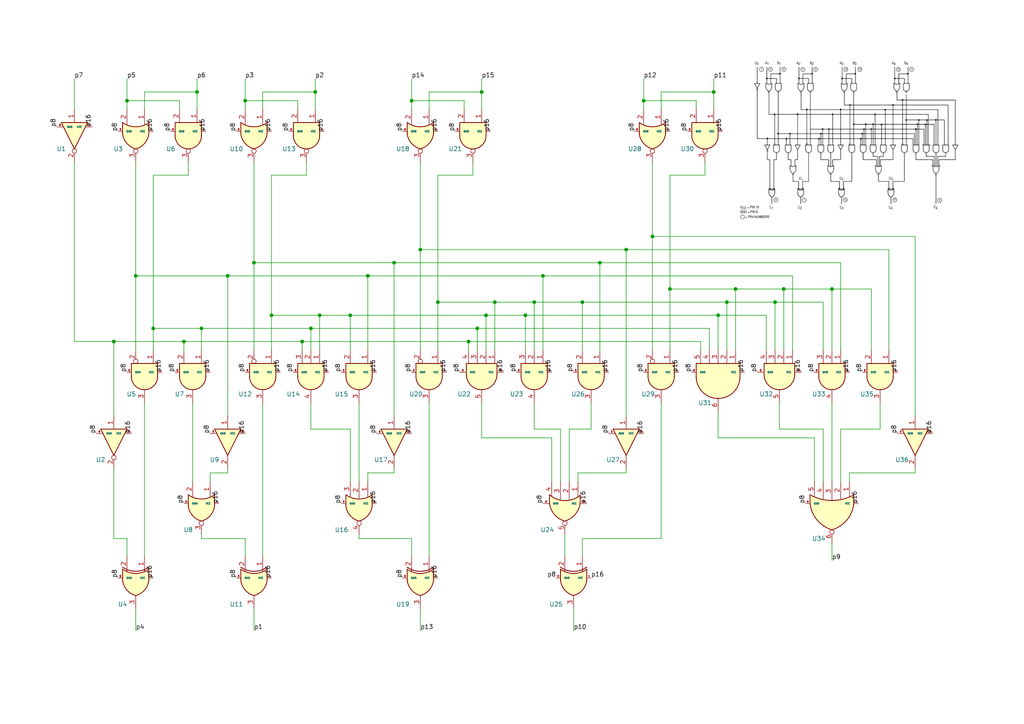
<source format=kicad_sch>
(kicad_sch (version 20231120) (generator "eeschema") (generator_version "8.0")
  (paper "A4")
  (lib_symbols
    (symbol "SimCad:AND2" (pin_names (offset 1.016))
      (property "Reference" "U" (at 2.54 5.08 0))
      (symbol "AND2_1_1"
        (polyline (pts (xy 1.27 3.81) (xy -2.54 3.81) (xy -2.54 -3.81) (xy 1.27 -3.81)) (stroke (width 0.254)) (fill (type background)))
        (arc (start 1.27 -3.81) (mid 5.08 0) (end 1.27 3.81) (stroke (width 0.254)) (fill (type background)))
        (pin input line (at 0 -5.08 90) (length 1.27) (name "GND") (number "0"))
        (pin input line (at -6.35 2.54 0) (length 3.81) (name "~") (number "1"))
        (pin input line (at -6.35 -2.54 0) (length 3.81) (name "~") (number "2"))
        (pin output line (at 8.89 0 180) (length 3.81) (name "~") (number "3"))
        (pin input line (at 0 5.08 270) (length 1.27) (name "VCC") (number "4"))
      )
    )
    (symbol "SimCad:AND3" (pin_names (offset 1.016))
      (property "Reference" "U" (at 2.54 5.08 0))
      (symbol "AND3_1_1"
        (polyline (pts (xy 1.27 3.81) (xy -2.54 3.81) (xy -2.54 -3.81) (xy 1.27 -3.81)) (stroke (width 0.254)) (fill (type background)))
        (arc (start 1.27 -3.81) (mid 5.08 0) (end 1.27 3.81) (stroke (width 0.254)) (fill (type background)))
        (pin input line (at 0 -5.08 90) (length 1.27) (name "GND") (number "0"))
        (pin input line (at -6.35 2.54 0) (length 3.81) (name "~") (number "1"))
        (pin input line (at -6.35 0 0) (length 3.81) (name "~") (number "2"))
        (pin input line (at -6.35 -2.54 0) (length 3.81) (name "~") (number "3"))
        (pin output line (at 8.89 0 180) (length 3.81) (name "~") (number "4"))
        (pin input line (at 0 5.08 270) (length 1.27) (name "VCC") (number "5"))
      )
    )
    (symbol "SimCad:AND4" (pin_names (offset 1.016))
      (property "Reference" "U" (at 2.54 6.35 0))
      (symbol "AND4_1_1"
        (polyline (pts (xy 0.635 4.445) (xy -2.54 4.445) (xy -2.54 -4.445) (xy 0.635 -4.445)) (stroke (width 0.254)) (fill (type background)))
        (arc (start 0.635 -4.445) (mid 5.08 0) (end 0.635 4.445) (stroke (width 0.254)) (fill (type background)))
        (pin input line (at 0 -6.35 90) (length 1.8034) (name "GND") (number "0"))
        (pin input line (at -6.35 3.81 0) (length 3.81) (name "~") (number "1"))
        (pin input line (at -6.35 1.27 0) (length 3.81) (name "~") (number "2"))
        (pin input line (at -6.35 -1.27 0) (length 3.81) (name "~") (number "3"))
        (pin input line (at -6.35 -3.81 0) (length 3.81) (name "~") (number "4"))
        (pin output line (at 8.89 0 180) (length 3.81) (name "~") (number "5"))
        (pin input line (at 0 6.35 270) (length 1.8034) (name "VCC") (number "6"))
      )
    )
    (symbol "SimCad:AND5" (pin_names (offset 1.016))
      (property "Reference" "U" (at 2.54 7.62 0))
      (symbol "AND5_1_1"
        (polyline (pts (xy 1.27 6.35) (xy -2.54 6.35) (xy -2.54 -6.35) (xy 1.27 -6.35)) (stroke (width 0.254)) (fill (type background)))
        (arc (start 1.27 -6.35) (mid 7.62 0) (end 1.27 6.35) (stroke (width 0.254)) (fill (type background)))
        (pin input line (at 0 -7.62 90) (length 1.27) (name "GND") (number "0"))
        (pin input line (at -6.35 5.08 0) (length 3.81) (name "~") (number "1"))
        (pin input line (at -6.35 2.54 0) (length 3.81) (name "~") (number "2"))
        (pin input line (at -6.35 0 0) (length 3.81) (name "~") (number "3"))
        (pin input line (at -6.35 -2.54 0) (length 3.81) (name "~") (number "4"))
        (pin input line (at -6.35 -5.08 0) (length 3.81) (name "~") (number "5"))
        (pin output line (at 11.43 0 180) (length 3.81) (name "~") (number "6"))
        (pin input line (at 0 7.62 270) (length 1.27) (name "VCC") (number "7"))
      )
    )
    (symbol "SimCad:BUF" (pin_names (offset 1.016))
      (property "Reference" "U" (at 2.54 5.08 0))
      (symbol "BUF_1_1"
        (polyline (pts (xy -1.27 3.81) (xy -1.27 -3.81) (xy 6.35 0) (xy -1.27 3.81)) (stroke (width 0.254)) (fill (type background)))
        (pin input line (at 0 -5.08 90) (length 1.8034) (name "GND") (number "0"))
        (pin input line (at -5.08 0 0) (length 3.81) (name "~") (number "1"))
        (pin output line (at 10.16 0 180) (length 3.81) (name "~") (number "2"))
        (pin input line (at 0 5.08 270) (length 1.8034) (name "VCC") (number "3"))
      )
    )
    (symbol "SimCad:EOR2" (pin_names (offset 1.016))
      (property "Reference" "U" (at 2.54 5.08 0))
      (symbol "EOR2_1_1"
        (arc (start -3.1496 -3.81) (mid -1.9333 0) (end -3.1496 3.81) (stroke (width 0.254)))
        (arc (start -2.54 -3.81) (mid -1.319 0) (end -2.54 3.81) (stroke (width 0.254)))
        (polyline (pts (xy -2.54 -3.81) (xy 0.635 -3.81)) (stroke (width 0.254)) (fill (type background)))
        (polyline (pts (xy -2.54 -2.54) (xy -1.905 -2.54)) (stroke (width 0.1524)))
        (polyline (pts (xy -2.54 2.54) (xy -1.905 2.54)) (stroke (width 0.1524)))
        (polyline (pts (xy -2.54 3.81) (xy 0.635 3.81)) (stroke (width 0.254)) (fill (type background)))
        (polyline (pts (xy 0.635 3.81) (xy -2.54 3.81) (xy -2.54 3.81) (xy -2.286 3.4036) (xy -1.7526 2.2606) (xy -1.4224 1.0414) (xy -1.3462 -0.254) (xy -1.4986 -1.4986) (xy -1.905 -2.7178) (xy -2.54 -3.81) (xy -2.54 -3.81) (xy 0.635 -3.81)) (stroke (width -25.4)) (fill (type background)))
        (arc (start 0.6604 -3.81) (mid 3.4542 -2.5851) (end 5.08 0) (stroke (width 0.254)) (fill (type background)))
        (arc (start 5.08 0) (mid 3.4615 2.5936) (end 0.6604 3.81) (stroke (width 0.254)) (fill (type background)))
        (pin input line (at 0 -5.08 90) (length 1.27) (name "GND") (number "0"))
        (pin input line (at -6.35 2.54 0) (length 4.445) (name "~") (number "1"))
        (pin input line (at -6.35 -2.54 0) (length 4.445) (name "~") (number "2"))
        (pin output line (at 8.89 0 180) (length 3.81) (name "~") (number "3"))
        (pin input line (at 0 5.08 270) (length 1.27) (name "VCC") (number "4"))
      )
    )
    (symbol "SimCad:INH2" (pin_names (offset 1.016))
      (property "Reference" "U" (at 2.54 5.08 0))
      (symbol "INH2_1_1"
        (polyline (pts (xy 1.27 3.81) (xy -2.54 3.81) (xy -2.54 -3.81) (xy 1.27 -3.81)) (stroke (width 0.254)) (fill (type background)))
        (arc (start 1.27 -3.81) (mid 5.08 0) (end 1.27 3.81) (stroke (width 0.254)) (fill (type background)))
        (pin input line (at 0 -5.08 90) (length 1.27) (name "GND") (number "0"))
        (pin input line (at -6.35 2.54 0) (length 3.81) (name "~") (number "1"))
        (pin input inverted (at -6.35 -2.54 0) (length 3.81) (name "~") (number "2"))
        (pin output line (at 8.89 0 180) (length 3.81) (name "~") (number "3"))
        (pin input line (at 0 5.08 270) (length 1.27) (name "VCC") (number "4"))
      )
    )
    (symbol "SimCad:INV" (pin_names (offset 1.016))
      (property "Reference" "U" (at 2.54 5.08 0))
      (symbol "INV_1_1"
        (polyline (pts (xy -1.27 3.81) (xy -1.27 -3.81) (xy 6.35 0) (xy -1.27 3.81)) (stroke (width 0.254)) (fill (type background)))
        (pin input line (at 0 -5.08 90) (length 1.8034) (name "GND") (number "0"))
        (pin input line (at -5.08 0 0) (length 3.81) (name "~") (number "1"))
        (pin output inverted (at 10.16 0 180) (length 3.81) (name "~") (number "2"))
        (pin input line (at 0 5.08 270) (length 1.8034) (name "VCC") (number "3"))
      )
    )
    (symbol "SimCad:NAND2" (pin_names (offset 1.016))
      (property "Reference" "U" (at 2.54 5.08 0))
      (symbol "NAND2_1_1"
        (polyline (pts (xy 1.27 3.81) (xy -2.54 3.81) (xy -2.54 -3.81) (xy 1.27 -3.81)) (stroke (width 0.254)) (fill (type background)))
        (arc (start 1.27 -3.81) (mid 5.08 0) (end 1.27 3.81) (stroke (width 0.254)) (fill (type background)))
        (pin input line (at 0 -5.08 90) (length 1.27) (name "GND") (number "0"))
        (pin input line (at -6.35 2.54 0) (length 3.81) (name "~") (number "1"))
        (pin input line (at -6.35 -2.54 0) (length 3.81) (name "~") (number "2"))
        (pin output inverted (at 8.89 0 180) (length 3.81) (name "~") (number "3"))
        (pin input line (at 0 5.08 270) (length 1.27) (name "VCC") (number "4"))
      )
    )
    (symbol "SimCad:NOR2" (pin_names (offset 1.016))
      (property "Reference" "U" (at 2.54 5.08 0))
      (symbol "NOR2_1_1"
        (arc (start -2.54 -3.81) (mid -1.319 0) (end -2.54 3.81) (stroke (width 0.254)))
        (polyline (pts (xy -2.54 -3.81) (xy 0.635 -3.81)) (stroke (width 0.254)) (fill (type background)))
        (polyline (pts (xy -2.54 3.81) (xy 0.635 3.81)) (stroke (width 0.254)) (fill (type background)))
        (polyline (pts (xy 0.635 3.81) (xy -2.54 3.81) (xy -2.54 3.81) (xy -2.286 3.4036) (xy -1.7526 2.2606) (xy -1.4224 1.0414) (xy -1.3462 -0.254) (xy -1.4986 -1.4986) (xy -1.905 -2.7178) (xy -2.54 -3.81) (xy -2.54 -3.81) (xy 0.635 -3.81)) (stroke (width -25.4)) (fill (type background)))
        (arc (start 0.6604 -3.81) (mid 3.4542 -2.5851) (end 5.08 0) (stroke (width 0.254)) (fill (type background)))
        (arc (start 5.08 0) (mid 3.4615 2.5936) (end 0.6604 3.81) (stroke (width 0.254)) (fill (type background)))
        (pin input line (at 0 -5.08 90) (length 1.27) (name "GND") (number "0"))
        (pin input line (at -6.35 2.54 0) (length 4.318) (name "~") (number "1"))
        (pin input line (at -6.35 -2.54 0) (length 4.318) (name "~") (number "2"))
        (pin output inverted (at 8.89 0 180) (length 3.81) (name "~") (number "3"))
        (pin input line (at 0 5.08 270) (length 1.27) (name "VCC") (number "4"))
      )
    )
    (symbol "SimCad:NOR3" (pin_names (offset 1.016))
      (property "Reference" "U" (at 2.54 5.08 0))
      (symbol "NOR3_1_1"
        (arc (start -2.54 -3.81) (mid -1.319 0) (end -2.54 3.81) (stroke (width 0.254)))
        (polyline (pts (xy -2.54 -3.81) (xy 0.635 -3.81)) (stroke (width 0.254)) (fill (type background)))
        (polyline (pts (xy -2.54 3.81) (xy 0.635 3.81)) (stroke (width 0.254)) (fill (type background)))
        (polyline (pts (xy 0.635 3.81) (xy -2.54 3.81) (xy -2.54 3.81) (xy -2.286 3.4036) (xy -1.7526 2.2606) (xy -1.4224 1.0414) (xy -1.3462 -0.254) (xy -1.4986 -1.4986) (xy -1.905 -2.7178) (xy -2.54 -3.81) (xy -2.54 -3.81) (xy 0.635 -3.81)) (stroke (width -25.4)) (fill (type background)))
        (arc (start 0.6604 -3.81) (mid 3.4542 -2.5851) (end 5.08 0) (stroke (width 0.254)) (fill (type background)))
        (arc (start 5.08 0) (mid 3.4615 2.5936) (end 0.6604 3.81) (stroke (width 0.254)) (fill (type background)))
        (pin input line (at 0 -5.08 90) (length 1.27) (name "GND") (number "0"))
        (pin input line (at -6.35 2.54 0) (length 4.318) (name "~") (number "1"))
        (pin input line (at -6.35 0 0) (length 4.953) (name "~") (number "2"))
        (pin input line (at -6.35 -2.54 0) (length 4.318) (name "~") (number "3"))
        (pin output inverted (at 8.89 0 180) (length 3.81) (name "~") (number "4"))
        (pin input line (at 0 5.08 270) (length 1.27) (name "VCC") (number "5"))
      )
    )
    (symbol "SimCad:NOR4" (pin_names (offset 1.016))
      (property "Reference" "U" (at 2.54 6.35 0))
      (symbol "NOR4_0_1"
        (arc (start -2.54 -4.445) (mid -0.8518 -0.023) (end -2.413 4.445) (stroke (width 0.254)))
        (arc (start 0 -4.445) (mid 3.2076 -2.9869) (end 5.08 0) (stroke (width 0.254)) (fill (type background)))
        (polyline (pts (xy 0 -4.445) (xy -2.54 -4.445)) (stroke (width 0.254)))
        (polyline (pts (xy 0 4.445) (xy -2.413 4.445)) (stroke (width 0.254)))
        (polyline (pts (xy 0 4.445) (xy 0 -4.445) (xy -2.54 -4.445) (xy -1.651 -3.175) (xy -1.016 -1.397) (xy -0.889 -0.254) (xy -0.889 0.635) (xy -1.016 1.651) (xy -1.27 2.286) (xy -1.524 3.048) (xy -1.905 3.683) (xy -2.413 4.445) (xy 0 4.445)) (stroke (width -25.4)) (fill (type background)))
        (arc (start 5.08 0) (mid 3.1803 2.9562) (end 0 4.445) (stroke (width 0.254)) (fill (type background)))
      )
      (symbol "NOR4_1_1"
        (pin input line (at 0 -6.35 90) (length 1.8034) (name "GND") (number "0"))
        (pin input line (at -6.35 3.81 0) (length 4.2926) (name "~") (number "1"))
        (pin input line (at -6.35 1.27 0) (length 5.3086) (name "~") (number "2"))
        (pin input line (at -6.35 -1.27 0) (length 5.3086) (name "~") (number "3"))
        (pin input line (at -6.35 -3.81 0) (length 4.2926) (name "~") (number "4"))
        (pin output inverted (at 8.89 0 180) (length 3.81) (name "~") (number "5"))
        (pin input line (at 0 6.35 270) (length 1.8034) (name "VCC") (number "6"))
      )
    )
    (symbol "SimCad:NOR5" (pin_names (offset 1.016))
      (property "Reference" "U" (at 2.54 7.62 0))
      (symbol "NOR5_0_1"
        (arc (start -2.54 -6.35) (mid -0.8881 0) (end -2.54 6.35) (stroke (width 0.254)))
        (arc (start 0 -6.35) (mid 4.7559 -4.3076) (end 7.62 0) (stroke (width 0.254)) (fill (type background)))
        (polyline (pts (xy 0 -6.35) (xy -2.54 -6.35)) (stroke (width 0.254)))
        (polyline (pts (xy 0 6.35) (xy -2.54 6.35)) (stroke (width 0.254)))
        (polyline (pts (xy 0 6.35) (xy -0.127 2.413) (xy -1.016 2.286) (xy -1.397 3.556) (xy -1.778 4.826) (xy -2.286 5.842) (xy -2.413 6.35) (xy 0 6.35)) (stroke (width -25.4)) (fill (type background)))
        (polyline (pts (xy 0 -6.35) (xy -0.127 0.254) (xy -0.762 -0.381) (xy -1.016 -1.905) (xy -1.27 -3.429) (xy -1.651 -4.572) (xy -2.286 -5.842) (xy -2.54 -6.35) (xy 0 -6.35)) (stroke (width -25.4)) (fill (type background)))
        (arc (start 7.62 0) (mid 4.77 4.3244) (end 0 6.35) (stroke (width 0.254)) (fill (type background)))
      )
      (symbol "NOR5_1_1"
        (pin input line (at 0 -7.62 90) (length 1.27) (name "GND") (number "0"))
        (pin input line (at -6.35 5.08 0) (length 4.2926) (name "~") (number "1"))
        (pin input line (at -6.35 2.54 0) (length 5.0038) (name "~") (number "2"))
        (pin input line (at -6.35 0 0) (length 5.5118) (name "~") (number "3"))
        (pin input line (at -6.35 -2.54 0) (length 5.0038) (name "~") (number "4"))
        (pin input line (at -6.35 -5.08 0) (length 4.2926) (name "~") (number "5"))
        (pin output inverted (at 11.43 0 180) (length 3.81) (name "~") (number "6"))
        (pin input line (at 0 7.62 270) (length 1.27) (name "VCC") (number "7"))
      )
    )
  )
  (junction (at 139.7 26.67))
  (junction (at 189.23 68.58))
  (junction (at 121.92 72.39))
  (junction (at 91.44 26.67))
  (junction (at 152.4 91.44))
  (junction (at 213.36 83.82))
  (junction (at 44.45 95.25))
  (junction (at 119.38 29.21))
  (junction (at 39.37 80.01))
  (junction (at 90.17 95.25))
  (junction (at 78.74 91.44))
  (junction (at 181.61 72.39))
  (junction (at 58.42 95.25))
  (junction (at 114.3 76.2))
  (junction (at 208.28 91.44))
  (junction (at 101.6 91.44))
  (junction (at 186.69 29.21))
  (junction (at 92.71 91.44))
  (junction (at 173.99 76.2))
  (junction (at 33.02 99.06))
  (junction (at 71.12 29.21))
  (junction (at 210.82 87.63))
  (junction (at 168.91 87.63))
  (junction (at 53.34 99.06))
  (junction (at 241.3 83.82))
  (junction (at 154.94 87.63))
  (junction (at 66.04 80.01))
  (junction (at 127 87.63))
  (junction (at 207.01 26.67))
  (junction (at 36.83 29.21))
  (junction (at 73.66 76.2))
  (junction (at 106.68 80.01))
  (junction (at 140.97 91.44))
  (junction (at 87.63 99.06))
  (junction (at 227.33 83.82))
  (junction (at 135.89 99.06))
  (junction (at 57.15 26.67))
  (junction (at 157.48 80.01))
  (junction (at 138.43 95.25))
  (junction (at 224.79 87.63))
  (junction (at 194.31 83.82))
  (junction (at 143.51 87.63))
  (wire (pts (xy 55.88 139.7) (xy 55.88 116.84)))
  (wire (pts (xy 257.81 72.39) (xy 257.81 101.6)))
  (wire (pts (xy 210.82 87.63) (xy 210.82 101.6)))
  (wire (pts (xy 41.91 161.29) (xy 41.91 116.84)))
  (wire (pts (xy 91.44 31.75) (xy 91.44 26.67)))
  (wire (pts (xy 154.94 124.46) (xy 154.94 116.84)))
  (wire (pts (xy 189.23 101.6) (xy 189.23 68.58)))
  (wire (pts (xy 152.4 91.44) (xy 208.28 91.44)))
  (wire (pts (xy 166.37 182.88) (xy 166.37 176.53)))
  (wire (pts (xy 21.59 99.06) (xy 33.02 99.06)))
  (wire (pts (xy 76.2 26.67) (xy 91.44 26.67)))
  (wire (pts (xy 78.74 101.6) (xy 78.74 91.44)))
  (wire (pts (xy 181.61 135.89) (xy 181.61 137.16)))
  (wire (pts (xy 87.63 101.6) (xy 87.63 99.06)))
  (wire (pts (xy 138.43 95.25) (xy 205.74 95.25)))
  (wire (pts (xy 90.17 124.46) (xy 90.17 116.84)))
  (wire (pts (xy 137.16 50.8) (xy 137.16 46.99)))
  (wire (pts (xy 73.66 76.2) (xy 73.66 46.99)))
  (wire (pts (xy 121.92 101.6) (xy 121.92 72.39)))
  (wire (pts (xy 189.23 68.58) (xy 265.43 68.58)))
  (wire (pts (xy 207.01 26.67) (xy 207.01 22.86)))
  (wire (pts (xy 154.94 87.63) (xy 154.94 101.6)))
  (wire (pts (xy 71.12 156.21) (xy 71.12 161.29)))
  (wire (pts (xy 121.92 176.53) (xy 121.92 182.88)))
  (wire (pts (xy 78.74 91.44) (xy 92.71 91.44)))
  (wire (pts (xy 181.61 137.16) (xy 167.64 137.16)))
  (wire (pts (xy 208.28 127) (xy 208.28 119.38)))
  (wire (pts (xy 41.91 26.67) (xy 57.15 26.67)))
  (wire (pts (xy 140.97 91.44) (xy 140.97 101.6)))
  (wire (pts (xy 53.34 101.6) (xy 53.34 99.06)))
  (wire (pts (xy 135.89 101.6) (xy 135.89 99.06)))
  (wire (pts (xy 33.02 99.06) (xy 53.34 99.06)))
  (wire (pts (xy 127 87.63) (xy 127 50.8)))
  (wire (pts (xy 222.25 91.44) (xy 222.25 101.6)))
  (wire (pts (xy 57.15 31.75) (xy 57.15 26.67)))
  (wire (pts (xy 33.02 135.89) (xy 33.02 156.21)))
  (wire (pts (xy 208.28 91.44) (xy 208.28 101.6)))
  (wire (pts (xy 36.83 156.21) (xy 36.83 161.29)))
  (wire (pts (xy 204.47 50.8) (xy 204.47 46.99)))
  (wire (pts (xy 154.94 87.63) (xy 168.91 87.63)))
  (wire (pts (xy 86.36 31.75) (xy 86.36 29.21)))
  (wire (pts (xy 157.48 80.01) (xy 106.68 80.01)))
  (wire (pts (xy 238.76 124.46) (xy 226.06 124.46)))
  (wire (pts (xy 243.84 76.2) (xy 243.84 101.6)))
  (wire (pts (xy 119.38 31.75) (xy 119.38 29.21)))
  (wire (pts (xy 201.93 29.21) (xy 186.69 29.21)))
  (wire (pts (xy 21.59 31.75) (xy 21.59 22.86)))
  (wire (pts (xy 101.6 124.46) (xy 90.17 124.46)))
  (wire (pts (xy 57.15 26.67) (xy 57.15 22.86)))
  (wire (pts (xy 227.33 83.82) (xy 227.33 101.6)))
  (wire (pts (xy 21.59 46.99) (xy 21.59 99.06)))
  (wire (pts (xy 143.51 87.63) (xy 154.94 87.63)))
  (wire (pts (xy 86.36 29.21) (xy 71.12 29.21)))
  (wire (pts (xy 205.74 95.25) (xy 205.74 101.6)))
  (wire (pts (xy 52.07 31.75) (xy 52.07 29.21)))
  (wire (pts (xy 152.4 91.44) (xy 152.4 101.6)))
  (wire (pts (xy 173.99 76.2) (xy 243.84 76.2)))
  (wire (pts (xy 36.83 31.75) (xy 36.83 29.21)))
  (wire (pts (xy 127 101.6) (xy 127 87.63)))
  (wire (pts (xy 162.56 124.46) (xy 154.94 124.46)))
  (wire (pts (xy 241.3 157.48) (xy 241.3 162.56)))
  (wire (pts (xy 134.62 31.75) (xy 134.62 29.21)))
  (wire (pts (xy 127 50.8) (xy 137.16 50.8)))
  (wire (pts (xy 238.76 87.63) (xy 238.76 101.6)))
  (wire (pts (xy 236.22 127) (xy 208.28 127)))
  (wire (pts (xy 226.06 124.46) (xy 226.06 116.84)))
  (wire (pts (xy 194.31 83.82) (xy 194.31 50.8)))
  (wire (pts (xy 58.42 101.6) (xy 58.42 95.25)))
  (wire (pts (xy 114.3 137.16) (xy 114.3 135.89)))
  (wire (pts (xy 44.45 50.8) (xy 54.61 50.8)))
  (wire (pts (xy 58.42 156.21) (xy 71.12 156.21)))
  (wire (pts (xy 243.84 139.7) (xy 243.84 124.46)))
  (wire (pts (xy 106.68 137.16) (xy 114.3 137.16)))
  (wire (pts (xy 71.12 29.21) (xy 71.12 22.86)))
  (wire (pts (xy 194.31 101.6) (xy 194.31 83.82)))
  (wire (pts (xy 139.7 127) (xy 139.7 116.84)))
  (wire (pts (xy 194.31 50.8) (xy 204.47 50.8)))
  (wire (pts (xy 60.96 137.16) (xy 60.96 139.7)))
  (wire (pts (xy 140.97 91.44) (xy 152.4 91.44)))
  (wire (pts (xy 236.22 139.7) (xy 236.22 127)))
  (wire (pts (xy 229.87 80.01) (xy 157.48 80.01)))
  (wire (pts (xy 41.91 31.75) (xy 41.91 26.67)))
  (wire (pts (xy 203.2 99.06) (xy 203.2 101.6)))
  (wire (pts (xy 73.66 76.2) (xy 114.3 76.2)))
  (wire (pts (xy 119.38 29.21) (xy 119.38 22.86)))
  (wire (pts (xy 168.91 156.21) (xy 191.77 156.21)))
  (wire (pts (xy 39.37 176.53) (xy 39.37 182.88)))
  (wire (pts (xy 39.37 80.01) (xy 39.37 101.6)))
  (wire (pts (xy 104.14 156.21) (xy 104.14 154.94)))
  (wire (pts (xy 58.42 154.94) (xy 58.42 156.21)))
  (wire (pts (xy 66.04 137.16) (xy 60.96 137.16)))
  (wire (pts (xy 194.31 83.82) (xy 213.36 83.82)))
  (wire (pts (xy 121.92 46.99) (xy 121.92 72.39)))
  (wire (pts (xy 224.79 87.63) (xy 224.79 101.6)))
  (wire (pts (xy 135.89 99.06) (xy 203.2 99.06)))
  (wire (pts (xy 73.66 101.6) (xy 73.66 76.2)))
  (wire (pts (xy 208.28 91.44) (xy 222.25 91.44)))
  (wire (pts (xy 181.61 72.39) (xy 181.61 120.65)))
  (wire (pts (xy 241.3 116.84) (xy 241.3 139.7)))
  (wire (pts (xy 121.92 72.39) (xy 181.61 72.39)))
  (wire (pts (xy 66.04 135.89) (xy 66.04 137.16)))
  (wire (pts (xy 52.07 29.21) (xy 36.83 29.21)))
  (wire (pts (xy 54.61 50.8) (xy 54.61 46.99)))
  (wire (pts (xy 36.83 29.21) (xy 36.83 22.86)))
  (wire (pts (xy 246.38 139.7) (xy 246.38 137.16)))
  (wire (pts (xy 104.14 139.7) (xy 104.14 116.84)))
  (wire (pts (xy 92.71 91.44) (xy 92.71 101.6)))
  (wire (pts (xy 124.46 26.67) (xy 139.7 26.67)))
  (wire (pts (xy 163.83 154.94) (xy 163.83 161.29)))
  (wire (pts (xy 171.45 124.46) (xy 171.45 116.84)))
  (wire (pts (xy 213.36 83.82) (xy 213.36 101.6)))
  (wire (pts (xy 88.9 50.8) (xy 88.9 46.99)))
  (wire (pts (xy 101.6 139.7) (xy 101.6 124.46)))
  (wire (pts (xy 191.77 26.67) (xy 207.01 26.67)))
  (wire (pts (xy 265.43 68.58) (xy 265.43 120.65)))
  (wire (pts (xy 229.87 101.6) (xy 229.87 80.01)))
  (wire (pts (xy 124.46 31.75) (xy 124.46 26.67)))
  (wire (pts (xy 44.45 95.25) (xy 44.45 50.8)))
  (wire (pts (xy 119.38 156.21) (xy 104.14 156.21)))
  (wire (pts (xy 160.02 139.7) (xy 160.02 127)))
  (wire (pts (xy 66.04 80.01) (xy 66.04 120.65)))
  (wire (pts (xy 181.61 72.39) (xy 257.81 72.39)))
  (wire (pts (xy 78.74 91.44) (xy 78.74 50.8)))
  (wire (pts (xy 101.6 91.44) (xy 140.97 91.44)))
  (wire (pts (xy 114.3 76.2) (xy 173.99 76.2)))
  (wire (pts (xy 160.02 127) (xy 139.7 127)))
  (wire (pts (xy 168.91 87.63) (xy 210.82 87.63)))
  (wire (pts (xy 39.37 46.99) (xy 39.37 80.01)))
  (wire (pts (xy 76.2 116.84) (xy 76.2 161.29)))
  (wire (pts (xy 165.1 124.46) (xy 171.45 124.46)))
  (wire (pts (xy 58.42 95.25) (xy 90.17 95.25)))
  (wire (pts (xy 134.62 29.21) (xy 119.38 29.21)))
  (wire (pts (xy 44.45 101.6) (xy 44.45 95.25)))
  (wire (pts (xy 90.17 101.6) (xy 90.17 95.25)))
  (wire (pts (xy 165.1 139.7) (xy 165.1 124.46)))
  (wire (pts (xy 241.3 83.82) (xy 252.73 83.82)))
  (wire (pts (xy 139.7 26.67) (xy 139.7 22.86)))
  (wire (pts (xy 227.33 83.82) (xy 241.3 83.82)))
  (wire (pts (xy 173.99 76.2) (xy 173.99 101.6)))
  (wire (pts (xy 186.69 29.21) (xy 186.69 22.86)))
  (wire (pts (xy 119.38 161.29) (xy 119.38 156.21)))
  (wire (pts (xy 189.23 46.99) (xy 189.23 68.58)))
  (wire (pts (xy 191.77 31.75) (xy 191.77 26.67)))
  (wire (pts (xy 186.69 31.75) (xy 186.69 29.21)))
  (wire (pts (xy 78.74 50.8) (xy 88.9 50.8)))
  (wire (pts (xy 33.02 156.21) (xy 36.83 156.21)))
  (wire (pts (xy 139.7 31.75) (xy 139.7 26.67)))
  (wire (pts (xy 162.56 139.7) (xy 162.56 124.46)))
  (wire (pts (xy 106.68 139.7) (xy 106.68 137.16)))
  (wire (pts (xy 241.3 83.82) (xy 241.3 101.6)))
  (wire (pts (xy 106.68 80.01) (xy 106.68 101.6)))
  (wire (pts (xy 243.84 124.46) (xy 255.27 124.46)))
  (wire (pts (xy 106.68 80.01) (xy 66.04 80.01)))
  (wire (pts (xy 167.64 137.16) (xy 167.64 139.7)))
  (wire (pts (xy 91.44 26.67) (xy 91.44 22.86)))
  (wire (pts (xy 213.36 83.82) (xy 227.33 83.82)))
  (wire (pts (xy 252.73 83.82) (xy 252.73 101.6)))
  (wire (pts (xy 92.71 91.44) (xy 101.6 91.44)))
  (wire (pts (xy 33.02 99.06) (xy 33.02 120.65)))
  (wire (pts (xy 210.82 87.63) (xy 224.79 87.63)))
  (wire (pts (xy 191.77 116.84) (xy 191.77 156.21)))
  (wire (pts (xy 124.46 116.84) (xy 124.46 161.29)))
  (wire (pts (xy 255.27 124.46) (xy 255.27 116.84)))
  (wire (pts (xy 71.12 31.75) (xy 71.12 29.21)))
  (wire (pts (xy 238.76 139.7) (xy 238.76 124.46)))
  (wire (pts (xy 246.38 137.16) (xy 265.43 137.16)))
  (wire (pts (xy 66.04 80.01) (xy 39.37 80.01)))
  (wire (pts (xy 101.6 91.44) (xy 101.6 101.6)))
  (wire (pts (xy 76.2 31.75) (xy 76.2 26.67)))
  (wire (pts (xy 168.91 161.29) (xy 168.91 156.21)))
  (wire (pts (xy 127 87.63) (xy 143.51 87.63)))
  (wire (pts (xy 73.66 176.53) (xy 73.66 182.88)))
  (wire (pts (xy 224.79 87.63) (xy 238.76 87.63)))
  (wire (pts (xy 168.91 87.63) (xy 168.91 101.6)))
  (wire (pts (xy 44.45 95.25) (xy 58.42 95.25)))
  (wire (pts (xy 53.34 99.06) (xy 87.63 99.06)))
  (wire (pts (xy 114.3 76.2) (xy 114.3 120.65)))
  (wire (pts (xy 265.43 137.16) (xy 265.43 135.89)))
  (wire (pts (xy 138.43 101.6) (xy 138.43 95.25)))
  (wire (pts (xy 87.63 99.06) (xy 135.89 99.06)))
  (wire (pts (xy 201.93 31.75) (xy 201.93 29.21)))
  (wire (pts (xy 90.17 95.25) (xy 138.43 95.25)))
  (wire (pts (xy 143.51 87.63) (xy 143.51 101.6)))
  (wire (pts (xy 157.48 80.01) (xy 157.48 101.6)))
  (wire (pts (xy 207.01 31.75) (xy 207.01 26.67)))
  (image (at 246.38 40.64) (scale 0.313333))
  (label "p8" (at 199.39 38.1 90))
  (label "p6" (at 57.15 22.86 0))
  (label "p12" (at 186.69 22.86 0))
  (label "p10" (at 166.37 182.88 0))
  (label "p16" (at 26.67 36.83 90))
  (label "p16" (at 78.74 38.1 90))
  (label "p8" (at 132.08 38.1 90))
  (label "p16" (at 71.12 125.73 90))
  (label "p11" (at 207.01 22.86 0))
  (label "p16" (at 196.85 107.95 90))
  (label "p13" (at 121.92 182.88 0))
  (label "p8" (at 99.06 107.95 90))
  (label "p8" (at 116.84 167.64 90))
  (label "p16" (at 170.18 146.05 90))
  (label "p1" (at 73.66 182.88 0))
  (label "p2" (at 91.44 22.86 0))
  (label "p8" (at 27.94 125.73 90))
  (label "p16" (at 38.1 125.73 90))
  (label "p16" (at 186.69 125.73 90))
  (label "p16" (at 93.98 38.1 90))
  (label "p15" (at 139.7 22.86 0))
  (label "p16" (at 142.24 38.1 90))
  (label "p8" (at 161.29 167.64 180))
  (label "p16" (at 260.35 107.95 90))
  (label "p8" (at 36.83 107.95 90))
  (label "p8" (at 68.58 38.1 90))
  (label "p16" (at 46.99 107.95 90))
  (label "p16" (at 171.45 167.64 0))
  (label "p8" (at 16.51 36.83 90))
  (label "p4" (at 39.37 182.88 0))
  (label "p16" (at 209.55 38.1 90))
  (label "p14" (at 119.38 22.86 0))
  (label "p8" (at 133.35 107.95 90))
  (label "p8" (at 186.69 107.95 90))
  (label "p8" (at 50.8 107.95 90))
  (label "p8" (at 219.71 107.95 90))
  (label "p16" (at 160.02 107.95 90))
  (label "p8" (at 250.19 107.95 90))
  (label "p8" (at 85.09 107.95 90))
  (label "p16" (at 248.92 146.05 90))
  (label "p16" (at 232.41 107.95 90))
  (label "p5" (at 36.83 22.86 0))
  (label "p8" (at 83.82 38.1 90))
  (label "p16" (at 63.5 146.05 90))
  (label "p8" (at 49.53 38.1 90))
  (label "p8" (at 233.68 146.05 90))
  (label "p8" (at 116.84 38.1 90))
  (label "p16" (at 95.25 107.95 90))
  (label "p16" (at 176.53 107.95 90))
  (label "p16" (at 60.96 107.95 90))
  (label "p16" (at 59.69 38.1 90))
  (label "p16" (at 246.38 107.95 90))
  (label "p16" (at 109.22 107.95 90))
  (label "p8" (at 260.35 125.73 90))
  (label "p16" (at 127 38.1 90))
  (label "p16" (at 44.45 167.64 90))
  (label "p7" (at 21.59 22.86 0))
  (label "p16" (at 215.9 107.95 90))
  (label "p8" (at 176.53 125.73 90))
  (label "p16" (at 78.74 167.64 90))
  (label "p3" (at 71.12 22.86 0))
  (label "p16" (at 129.54 107.95 90))
  (label "p8" (at 236.22 107.95 90))
  (label "p16" (at 146.05 107.95 90))
  (label "p8" (at 34.29 38.1 90))
  (label "p8" (at 34.29 167.64 90))
  (label "p16" (at 109.22 146.05 90))
  (label "p8" (at 71.12 107.95 90))
  (label "p8" (at 60.96 125.73 90))
  (label "p9" (at 241.3 162.56 0))
  (label "p16" (at 127 167.64 90))
  (label "p8" (at 119.38 107.95 90))
  (label "p8" (at 184.15 38.1 90))
  (label "p16" (at 119.38 125.73 90))
  (label "p16" (at 194.31 38.1 90))
  (label "p8" (at 157.48 146.05 90))
  (label "p8" (at 109.22 125.73 90))
  (label "p8" (at 166.37 107.95 90))
  (label "p16" (at 81.28 107.95 90))
  (label "p16" (at 270.51 125.73 90))
  (label "p8" (at 68.58 167.64 90))
  (label "p8" (at 200.66 107.95 90))
  (label "p8" (at 99.06 146.05 90))
  (label "p8" (at 149.86 107.95 90))
  (label "p8" (at 53.34 146.05 90))
  (label "p16" (at 44.45 38.1 90))
  (symbol (lib_id "SimCad:EOR2") (at 39.37 167.64 270) (unit 1)
    (property "Reference" "U4" (at 35.56 175.26 90))
    (property "Value" "EOR2" (effects (hide yes)))
  )
  (symbol (lib_id "SimCad:EOR2") (at 73.66 167.64 270) (unit 1)
    (property "Reference" "U11" (at 68.58 175.26 90))
    (property "Value" "EOR2" (effects (hide yes)))
  )
  (symbol (lib_id "SimCad:EOR2") (at 121.92 167.64 270) (unit 1)
    (property "Reference" "U19" (at 116.84 175.26 90))
    (property "Value" "EOR2" (effects (hide yes)))
  )
  (symbol (lib_id "SimCad:EOR2") (at 166.37 167.64 270) (unit 1)
    (property "Reference" "U25" (at 161.29 175.26 90))
    (property "Value" "EOR2" (effects (hide yes)))
  )
  (symbol (lib_id "SimCad:NOR2") (at 58.42 146.05 270) (unit 1)
    (property "Reference" "U8" (at 54.61 153.67 90))
    (property "Value" "NOR2" (effects (hide yes)))
  )
  (symbol (lib_id "SimCad:NOR3") (at 104.14 146.05 270) (unit 1)
    (property "Reference" "U16" (at 99.06 153.67 90))
    (property "Value" "NOR3" (effects (hide yes)))
  )
  (symbol (lib_id "SimCad:NOR4") (at 163.83 146.05 270) (unit 1)
    (property "Reference" "U24" (at 158.75 153.67 90))
    (property "Value" "NOR4" (effects (hide yes)))
  )
  (symbol (lib_id "SimCad:NOR5") (at 241.3 146.05 270) (unit 1)
    (property "Reference" "U34" (at 237.49 156.21 90))
    (property "Value" "NOR5" (effects (hide yes)))
  )
  (symbol (lib_id "SimCad:INV") (at 33.02 125.73 270) (unit 1)
    (property "Reference" "U2" (at 29.21 133.35 90))
    (property "Value" "INV" (effects (hide yes)))
  )
  (symbol (lib_id "SimCad:INH2") (at 41.91 107.95 270) (unit 1)
    (property "Reference" "U5" (at 38.1 114.3 90))
    (property "Value" "INH2" (effects (hide yes)))
  )
  (symbol (lib_id "SimCad:AND2") (at 55.88 107.95 270) (unit 1)
    (property "Reference" "U7" (at 52.07 114.3 90))
    (property "Value" "AND2" (effects (hide yes)))
  )
  (symbol (lib_id "SimCad:BUF") (at 66.04 125.73 270) (unit 1)
    (property "Reference" "U9" (at 62.23 133.35 90))
    (property "Value" "BUF" (effects (hide yes)))
  )
  (symbol (lib_id "SimCad:INH2") (at 76.2 107.95 270) (unit 1)
    (property "Reference" "U12" (at 71.12 114.3 90))
    (property "Value" "INH2" (effects (hide yes)))
  )
  (symbol (lib_id "SimCad:AND3") (at 90.17 107.95 270) (unit 1)
    (property "Reference" "U14" (at 85.09 114.3 90))
    (property "Value" "AND3" (effects (hide yes)))
  )
  (symbol (lib_id "SimCad:AND2") (at 104.14 107.95 270) (unit 1)
    (property "Reference" "U15" (at 99.06 114.3 90))
    (property "Value" "AND2" (effects (hide yes)))
  )
  (symbol (lib_id "SimCad:BUF") (at 114.3 125.73 270) (unit 1)
    (property "Reference" "U17" (at 110.49 133.35 90))
    (property "Value" "BUF" (effects (hide yes)))
  )
  (symbol (lib_id "SimCad:INH2") (at 124.46 107.95 270) (unit 1)
    (property "Reference" "U20" (at 120.65 114.3 90))
    (property "Value" "INH2" (effects (hide yes)))
  )
  (symbol (lib_id "SimCad:AND4") (at 139.7 107.95 270) (unit 1)
    (property "Reference" "U22" (at 134.62 114.3 90))
    (property "Value" "AND4" (effects (hide yes)))
  )
  (symbol (lib_id "SimCad:AND3") (at 154.94 107.95 270) (unit 1)
    (property "Reference" "U23" (at 149.86 114.3 90))
    (property "Value" "AND3" (effects (hide yes)))
  )
  (symbol (lib_id "SimCad:AND2") (at 171.45 107.95 270) (unit 1)
    (property "Reference" "U26" (at 167.64 114.3 90))
    (property "Value" "AND2" (effects (hide yes)))
  )
  (symbol (lib_id "SimCad:BUF") (at 181.61 125.73 270) (unit 1)
    (property "Reference" "U27" (at 177.8 133.35 90))
    (property "Value" "BUF" (effects (hide yes)))
  )
  (symbol (lib_id "SimCad:INH2") (at 191.77 107.95 270) (unit 1)
    (property "Reference" "U29" (at 187.96 114.3 90))
    (property "Value" "INH2" (effects (hide yes)))
  )
  (symbol (lib_id "SimCad:AND5") (at 208.28 107.95 270) (unit 1)
    (property "Reference" "U31" (at 204.47 116.84 90))
    (property "Value" "AND5" (effects (hide yes)))
  )
  (symbol (lib_id "SimCad:AND4") (at 226.06 107.95 270) (unit 1)
    (property "Reference" "U32" (at 222.25 114.3 90))
    (property "Value" "AND4" (effects (hide yes)))
  )
  (symbol (lib_id "SimCad:AND3") (at 241.3 107.95 270) (unit 1)
    (property "Reference" "U33" (at 237.49 114.3 90))
    (property "Value" "AND3" (effects (hide yes)))
  )
  (symbol (lib_id "SimCad:AND2") (at 255.27 107.95 270) (unit 1)
    (property "Reference" "U35" (at 251.46 114.3 90))
    (property "Value" "AND2" (effects (hide yes)))
  )
  (symbol (lib_id "SimCad:BUF") (at 265.43 125.73 270) (unit 1)
    (property "Reference" "U36" (at 261.62 133.35 90))
    (property "Value" "BUF" (effects (hide yes)))
  )
  (symbol (lib_id "SimCad:INV") (at 21.59 36.83 270) (unit 1)
    (property "Reference" "U1" (at 17.78 43.18 90))
    (property "Value" "INV" (effects (hide yes)))
  )
  (symbol (lib_id "SimCad:NOR2") (at 189.23 38.1 270) (unit 1)
    (property "Reference" "U28" (at 184.15 43.18 90))
    (property "Value" "NOR2" (effects (hide yes)))
  )
  (symbol (lib_id "SimCad:NAND2") (at 204.47 38.1 270) (unit 1)
    (property "Reference" "U30" (at 199.39 43.18 90))
    (property "Value" "NAND2" (effects (hide yes)))
  )
  (symbol (lib_id "SimCad:NOR2") (at 121.92 38.1 270) (unit 1)
    (property "Reference" "U18" (at 116.84 43.18 90))
    (property "Value" "NOR2" (effects (hide yes)))
  )
  (symbol (lib_id "SimCad:NAND2") (at 137.16 38.1 270) (unit 1)
    (property "Reference" "U21" (at 132.08 43.18 90))
    (property "Value" "NAND2" (effects (hide yes)))
  )
  (symbol (lib_id "SimCad:NOR2") (at 73.66 38.1 270) (unit 1)
    (property "Reference" "U10" (at 68.58 43.18 90))
    (property "Value" "NOR2" (effects (hide yes)))
  )
  (symbol (lib_id "SimCad:NAND2") (at 88.9 38.1 270) (unit 1)
    (property "Reference" "U13" (at 83.82 43.18 90))
    (property "Value" "NAND2" (effects (hide yes)))
  )
  (symbol (lib_id "SimCad:NOR2") (at 39.37 38.1 270) (unit 1)
    (property "Reference" "U3" (at 34.29 43.18 90))
    (property "Value" "NOR2" (effects (hide yes)))
  )
  (symbol (lib_id "SimCad:NAND2") (at 54.61 38.1 270) (unit 1)
    (property "Reference" "U6" (at 49.53 43.18 90))
    (property "Value" "NAND2" (effects (hide yes)))
  )
)
</source>
